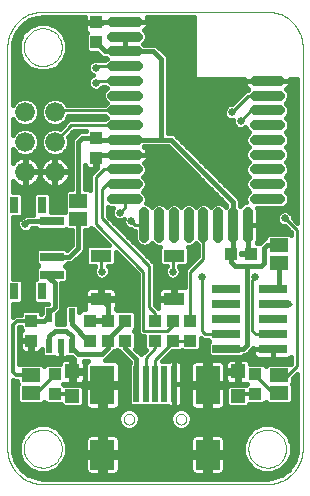
<source format=gtl>
G75*
G70*
%OFA0B0*%
%FSLAX24Y24*%
%IPPOS*%
%LPD*%
%AMOC8*
5,1,8,0,0,1.08239X$1,22.5*
%
%ADD10C,0.0000*%
%ADD11C,0.0335*%
%ADD12R,0.0630X0.0460*%
%ADD13R,0.0472X0.0472*%
%ADD14R,0.0787X0.0984*%
%ADD15R,0.0787X0.1299*%
%ADD16R,0.0197X0.1220*%
%ADD17R,0.0709X0.0433*%
%ADD18R,0.0945X0.0299*%
%ADD19R,0.0217X0.0472*%
%ADD20R,0.0394X0.0433*%
%ADD21R,0.0433X0.0394*%
%ADD22C,0.0660*%
%ADD23R,0.0315X0.0551*%
%ADD24R,0.0787X0.0315*%
%ADD25C,0.0250*%
%ADD26C,0.0160*%
%ADD27C,0.0100*%
%ADD28C,0.0120*%
D10*
X002428Y001468D02*
X002428Y014853D01*
X002979Y014853D02*
X002981Y014903D01*
X002987Y014953D01*
X002997Y015002D01*
X003011Y015050D01*
X003028Y015097D01*
X003049Y015142D01*
X003074Y015186D01*
X003102Y015227D01*
X003134Y015266D01*
X003168Y015303D01*
X003205Y015337D01*
X003245Y015367D01*
X003287Y015394D01*
X003331Y015418D01*
X003377Y015439D01*
X003424Y015455D01*
X003472Y015468D01*
X003522Y015477D01*
X003571Y015482D01*
X003622Y015483D01*
X003672Y015480D01*
X003721Y015473D01*
X003770Y015462D01*
X003818Y015447D01*
X003864Y015429D01*
X003909Y015407D01*
X003952Y015381D01*
X003993Y015352D01*
X004032Y015320D01*
X004068Y015285D01*
X004100Y015247D01*
X004130Y015207D01*
X004157Y015164D01*
X004180Y015120D01*
X004199Y015074D01*
X004215Y015026D01*
X004227Y014977D01*
X004235Y014928D01*
X004239Y014878D01*
X004239Y014828D01*
X004235Y014778D01*
X004227Y014729D01*
X004215Y014680D01*
X004199Y014632D01*
X004180Y014586D01*
X004157Y014542D01*
X004130Y014499D01*
X004100Y014459D01*
X004068Y014421D01*
X004032Y014386D01*
X003993Y014354D01*
X003952Y014325D01*
X003909Y014299D01*
X003864Y014277D01*
X003818Y014259D01*
X003770Y014244D01*
X003721Y014233D01*
X003672Y014226D01*
X003622Y014223D01*
X003571Y014224D01*
X003522Y014229D01*
X003472Y014238D01*
X003424Y014251D01*
X003377Y014267D01*
X003331Y014288D01*
X003287Y014312D01*
X003245Y014339D01*
X003205Y014369D01*
X003168Y014403D01*
X003134Y014440D01*
X003102Y014479D01*
X003074Y014520D01*
X003049Y014564D01*
X003028Y014609D01*
X003011Y014656D01*
X002997Y014704D01*
X002987Y014753D01*
X002981Y014803D01*
X002979Y014853D01*
X002428Y014853D02*
X002430Y014919D01*
X002435Y014985D01*
X002445Y015051D01*
X002458Y015116D01*
X002474Y015180D01*
X002494Y015243D01*
X002518Y015305D01*
X002545Y015365D01*
X002575Y015424D01*
X002609Y015481D01*
X002646Y015536D01*
X002686Y015589D01*
X002728Y015640D01*
X002774Y015688D01*
X002822Y015734D01*
X002873Y015776D01*
X002926Y015816D01*
X002981Y015853D01*
X003038Y015887D01*
X003097Y015917D01*
X003157Y015944D01*
X003219Y015968D01*
X003282Y015988D01*
X003346Y016004D01*
X003411Y016017D01*
X003477Y016027D01*
X003543Y016032D01*
X003609Y016034D01*
X011089Y016034D01*
X011155Y016032D01*
X011221Y016027D01*
X011287Y016017D01*
X011352Y016004D01*
X011416Y015988D01*
X011479Y015968D01*
X011541Y015944D01*
X011601Y015917D01*
X011660Y015887D01*
X011717Y015853D01*
X011772Y015816D01*
X011825Y015776D01*
X011876Y015734D01*
X011924Y015688D01*
X011970Y015640D01*
X012012Y015589D01*
X012052Y015536D01*
X012089Y015481D01*
X012123Y015424D01*
X012153Y015365D01*
X012180Y015305D01*
X012204Y015243D01*
X012224Y015180D01*
X012240Y015116D01*
X012253Y015051D01*
X012263Y014985D01*
X012268Y014919D01*
X012270Y014853D01*
X012271Y014853D02*
X012271Y001468D01*
X010459Y001468D02*
X010461Y001518D01*
X010467Y001568D01*
X010477Y001617D01*
X010491Y001665D01*
X010508Y001712D01*
X010529Y001757D01*
X010554Y001801D01*
X010582Y001842D01*
X010614Y001881D01*
X010648Y001918D01*
X010685Y001952D01*
X010725Y001982D01*
X010767Y002009D01*
X010811Y002033D01*
X010857Y002054D01*
X010904Y002070D01*
X010952Y002083D01*
X011002Y002092D01*
X011051Y002097D01*
X011102Y002098D01*
X011152Y002095D01*
X011201Y002088D01*
X011250Y002077D01*
X011298Y002062D01*
X011344Y002044D01*
X011389Y002022D01*
X011432Y001996D01*
X011473Y001967D01*
X011512Y001935D01*
X011548Y001900D01*
X011580Y001862D01*
X011610Y001822D01*
X011637Y001779D01*
X011660Y001735D01*
X011679Y001689D01*
X011695Y001641D01*
X011707Y001592D01*
X011715Y001543D01*
X011719Y001493D01*
X011719Y001443D01*
X011715Y001393D01*
X011707Y001344D01*
X011695Y001295D01*
X011679Y001247D01*
X011660Y001201D01*
X011637Y001157D01*
X011610Y001114D01*
X011580Y001074D01*
X011548Y001036D01*
X011512Y001001D01*
X011473Y000969D01*
X011432Y000940D01*
X011389Y000914D01*
X011344Y000892D01*
X011298Y000874D01*
X011250Y000859D01*
X011201Y000848D01*
X011152Y000841D01*
X011102Y000838D01*
X011051Y000839D01*
X011002Y000844D01*
X010952Y000853D01*
X010904Y000866D01*
X010857Y000882D01*
X010811Y000903D01*
X010767Y000927D01*
X010725Y000954D01*
X010685Y000984D01*
X010648Y001018D01*
X010614Y001055D01*
X010582Y001094D01*
X010554Y001135D01*
X010529Y001179D01*
X010508Y001224D01*
X010491Y001271D01*
X010477Y001319D01*
X010467Y001368D01*
X010461Y001418D01*
X010459Y001468D01*
X011089Y000287D02*
X011155Y000289D01*
X011221Y000294D01*
X011287Y000304D01*
X011352Y000317D01*
X011416Y000333D01*
X011479Y000353D01*
X011541Y000377D01*
X011601Y000404D01*
X011660Y000434D01*
X011717Y000468D01*
X011772Y000505D01*
X011825Y000545D01*
X011876Y000587D01*
X011924Y000633D01*
X011970Y000681D01*
X012012Y000732D01*
X012052Y000785D01*
X012089Y000840D01*
X012123Y000897D01*
X012153Y000956D01*
X012180Y001016D01*
X012204Y001078D01*
X012224Y001141D01*
X012240Y001205D01*
X012253Y001270D01*
X012263Y001336D01*
X012268Y001402D01*
X012270Y001468D01*
X011089Y000286D02*
X003609Y000286D01*
X002979Y001468D02*
X002981Y001518D01*
X002987Y001568D01*
X002997Y001617D01*
X003011Y001665D01*
X003028Y001712D01*
X003049Y001757D01*
X003074Y001801D01*
X003102Y001842D01*
X003134Y001881D01*
X003168Y001918D01*
X003205Y001952D01*
X003245Y001982D01*
X003287Y002009D01*
X003331Y002033D01*
X003377Y002054D01*
X003424Y002070D01*
X003472Y002083D01*
X003522Y002092D01*
X003571Y002097D01*
X003622Y002098D01*
X003672Y002095D01*
X003721Y002088D01*
X003770Y002077D01*
X003818Y002062D01*
X003864Y002044D01*
X003909Y002022D01*
X003952Y001996D01*
X003993Y001967D01*
X004032Y001935D01*
X004068Y001900D01*
X004100Y001862D01*
X004130Y001822D01*
X004157Y001779D01*
X004180Y001735D01*
X004199Y001689D01*
X004215Y001641D01*
X004227Y001592D01*
X004235Y001543D01*
X004239Y001493D01*
X004239Y001443D01*
X004235Y001393D01*
X004227Y001344D01*
X004215Y001295D01*
X004199Y001247D01*
X004180Y001201D01*
X004157Y001157D01*
X004130Y001114D01*
X004100Y001074D01*
X004068Y001036D01*
X004032Y001001D01*
X003993Y000969D01*
X003952Y000940D01*
X003909Y000914D01*
X003864Y000892D01*
X003818Y000874D01*
X003770Y000859D01*
X003721Y000848D01*
X003672Y000841D01*
X003622Y000838D01*
X003571Y000839D01*
X003522Y000844D01*
X003472Y000853D01*
X003424Y000866D01*
X003377Y000882D01*
X003331Y000903D01*
X003287Y000927D01*
X003245Y000954D01*
X003205Y000984D01*
X003168Y001018D01*
X003134Y001055D01*
X003102Y001094D01*
X003074Y001135D01*
X003049Y001179D01*
X003028Y001224D01*
X003011Y001271D01*
X002997Y001319D01*
X002987Y001368D01*
X002981Y001418D01*
X002979Y001468D01*
X002428Y001468D02*
X002430Y001402D01*
X002435Y001336D01*
X002445Y001270D01*
X002458Y001205D01*
X002474Y001141D01*
X002494Y001078D01*
X002518Y001016D01*
X002545Y000956D01*
X002575Y000897D01*
X002609Y000840D01*
X002646Y000785D01*
X002686Y000732D01*
X002728Y000681D01*
X002774Y000633D01*
X002822Y000587D01*
X002873Y000545D01*
X002926Y000505D01*
X002981Y000468D01*
X003038Y000434D01*
X003097Y000404D01*
X003157Y000377D01*
X003219Y000353D01*
X003282Y000333D01*
X003346Y000317D01*
X003411Y000304D01*
X003477Y000294D01*
X003543Y000289D01*
X003609Y000287D01*
X006306Y002452D02*
X006308Y002478D01*
X006314Y002504D01*
X006324Y002529D01*
X006337Y002552D01*
X006353Y002572D01*
X006373Y002590D01*
X006395Y002605D01*
X006418Y002617D01*
X006444Y002625D01*
X006470Y002629D01*
X006496Y002629D01*
X006522Y002625D01*
X006548Y002617D01*
X006572Y002605D01*
X006593Y002590D01*
X006613Y002572D01*
X006629Y002552D01*
X006642Y002529D01*
X006652Y002504D01*
X006658Y002478D01*
X006660Y002452D01*
X006658Y002426D01*
X006652Y002400D01*
X006642Y002375D01*
X006629Y002352D01*
X006613Y002332D01*
X006593Y002314D01*
X006571Y002299D01*
X006548Y002287D01*
X006522Y002279D01*
X006496Y002275D01*
X006470Y002275D01*
X006444Y002279D01*
X006418Y002287D01*
X006394Y002299D01*
X006373Y002314D01*
X006353Y002332D01*
X006337Y002352D01*
X006324Y002375D01*
X006314Y002400D01*
X006308Y002426D01*
X006306Y002452D01*
X008038Y002452D02*
X008040Y002478D01*
X008046Y002504D01*
X008056Y002529D01*
X008069Y002552D01*
X008085Y002572D01*
X008105Y002590D01*
X008127Y002605D01*
X008150Y002617D01*
X008176Y002625D01*
X008202Y002629D01*
X008228Y002629D01*
X008254Y002625D01*
X008280Y002617D01*
X008304Y002605D01*
X008325Y002590D01*
X008345Y002572D01*
X008361Y002552D01*
X008374Y002529D01*
X008384Y002504D01*
X008390Y002478D01*
X008392Y002452D01*
X008390Y002426D01*
X008384Y002400D01*
X008374Y002375D01*
X008361Y002352D01*
X008345Y002332D01*
X008325Y002314D01*
X008303Y002299D01*
X008280Y002287D01*
X008254Y002279D01*
X008228Y002275D01*
X008202Y002275D01*
X008176Y002279D01*
X008150Y002287D01*
X008126Y002299D01*
X008105Y002314D01*
X008085Y002332D01*
X008069Y002352D01*
X008056Y002375D01*
X008046Y002400D01*
X008040Y002426D01*
X008038Y002452D01*
D11*
X007979Y009351D02*
X007979Y009351D01*
X007979Y008505D01*
X007979Y008505D01*
X007979Y009351D01*
X007979Y008839D02*
X007979Y008839D01*
X007979Y009173D02*
X007979Y009173D01*
X007487Y009351D02*
X007487Y009351D01*
X007487Y008505D01*
X007487Y008505D01*
X007487Y009351D01*
X007487Y008839D02*
X007487Y008839D01*
X007487Y009173D02*
X007487Y009173D01*
X006995Y009351D02*
X006995Y009351D01*
X006995Y008505D01*
X006995Y008505D01*
X006995Y009351D01*
X006995Y008839D02*
X006995Y008839D01*
X006995Y009173D02*
X006995Y009173D01*
X006768Y009794D02*
X006768Y009794D01*
X005922Y009794D01*
X005922Y009794D01*
X006768Y009794D01*
X006768Y010286D02*
X006768Y010286D01*
X005922Y010286D01*
X005922Y010286D01*
X006768Y010286D01*
X006768Y010779D02*
X006768Y010779D01*
X005922Y010779D01*
X005922Y010779D01*
X006768Y010779D01*
X006768Y011271D02*
X006768Y011271D01*
X005922Y011271D01*
X005922Y011271D01*
X006768Y011271D01*
X006768Y011763D02*
X006768Y011763D01*
X005922Y011763D01*
X005922Y011763D01*
X006768Y011763D01*
X006768Y012255D02*
X006768Y012255D01*
X005922Y012255D01*
X005922Y012255D01*
X006768Y012255D01*
X006768Y012747D02*
X006768Y012747D01*
X005922Y012747D01*
X005922Y012747D01*
X006768Y012747D01*
X006768Y013239D02*
X006768Y013239D01*
X005922Y013239D01*
X005922Y013239D01*
X006768Y013239D01*
X006768Y013731D02*
X006768Y013731D01*
X005922Y013731D01*
X005922Y013731D01*
X006768Y013731D01*
X006768Y014223D02*
X006768Y014223D01*
X005922Y014223D01*
X005922Y014223D01*
X006768Y014223D01*
X006768Y014716D02*
X006768Y014716D01*
X005922Y014716D01*
X005922Y014716D01*
X006768Y014716D01*
X006768Y015208D02*
X006768Y015208D01*
X005922Y015208D01*
X005922Y015208D01*
X006768Y015208D01*
X006768Y015700D02*
X006768Y015700D01*
X005922Y015700D01*
X005922Y015700D01*
X006768Y015700D01*
X011512Y013731D02*
X011512Y013731D01*
X010666Y013731D01*
X010666Y013731D01*
X011512Y013731D01*
X011512Y013239D02*
X011512Y013239D01*
X010666Y013239D01*
X010666Y013239D01*
X011512Y013239D01*
X011512Y012747D02*
X011512Y012747D01*
X010666Y012747D01*
X010666Y012747D01*
X011512Y012747D01*
X011512Y012255D02*
X011512Y012255D01*
X010666Y012255D01*
X010666Y012255D01*
X011512Y012255D01*
X011512Y011763D02*
X011512Y011763D01*
X010666Y011763D01*
X010666Y011763D01*
X011512Y011763D01*
X011512Y011271D02*
X011512Y011271D01*
X010666Y011271D01*
X010666Y011271D01*
X011512Y011271D01*
X011512Y010779D02*
X011512Y010779D01*
X010666Y010779D01*
X010666Y010779D01*
X011512Y010779D01*
X011512Y010286D02*
X011512Y010286D01*
X010666Y010286D01*
X010666Y010286D01*
X011512Y010286D01*
X011512Y009794D02*
X011512Y009794D01*
X010666Y009794D01*
X010666Y009794D01*
X011512Y009794D01*
X010440Y009351D02*
X010440Y009351D01*
X010440Y008505D01*
X010440Y008505D01*
X010440Y009351D01*
X010440Y008839D02*
X010440Y008839D01*
X010440Y009173D02*
X010440Y009173D01*
X009948Y009351D02*
X009948Y009351D01*
X009948Y008505D01*
X009948Y008505D01*
X009948Y009351D01*
X009948Y008839D02*
X009948Y008839D01*
X009948Y009173D02*
X009948Y009173D01*
X009456Y009351D02*
X009456Y009351D01*
X009456Y008505D01*
X009456Y008505D01*
X009456Y009351D01*
X009456Y008839D02*
X009456Y008839D01*
X009456Y009173D02*
X009456Y009173D01*
X008964Y009351D02*
X008964Y009351D01*
X008964Y008505D01*
X008964Y008505D01*
X008964Y009351D01*
X008964Y008839D02*
X008964Y008839D01*
X008964Y009173D02*
X008964Y009173D01*
X008471Y009351D02*
X008471Y009351D01*
X008471Y008505D01*
X008471Y008505D01*
X008471Y009351D01*
X008471Y008839D02*
X008471Y008839D01*
X008471Y009173D02*
X008471Y009173D01*
D12*
X011483Y008264D03*
X011483Y007664D03*
X011483Y003933D03*
X011483Y003333D03*
X004790Y009140D03*
X004790Y009740D03*
X003215Y003933D03*
X003215Y003333D03*
D13*
X004593Y003220D03*
X004593Y004046D03*
X010105Y004046D03*
X010105Y003220D03*
D14*
X009101Y001271D03*
X005597Y001271D03*
D15*
X005597Y003594D03*
X009101Y003594D03*
D16*
X007979Y003633D03*
X007664Y003633D03*
X007349Y003633D03*
X007034Y003633D03*
X006719Y003633D03*
D17*
X005538Y006448D03*
X005538Y007905D03*
X007979Y007905D03*
X007979Y006448D03*
D18*
X009731Y006298D03*
X009731Y005798D03*
X009731Y005298D03*
X009731Y004798D03*
X009731Y006798D03*
X011267Y006798D03*
X011267Y006298D03*
X011267Y005798D03*
X011267Y005298D03*
X011267Y004798D03*
D19*
X004574Y004893D03*
X004200Y004893D03*
X003826Y004893D03*
X003826Y005916D03*
X004574Y005916D03*
D20*
X005184Y005739D03*
X005184Y005070D03*
X005775Y005070D03*
X005775Y005739D03*
X003215Y005739D03*
X003215Y005070D03*
X005381Y011172D03*
X005381Y011842D03*
X005381Y015011D03*
X005381Y015680D03*
D21*
X009869Y007964D03*
X010538Y007964D03*
X008530Y005739D03*
X008530Y005070D03*
X007940Y005070D03*
X007940Y005739D03*
X007349Y005739D03*
X007349Y005070D03*
X006365Y005070D03*
X006365Y005739D03*
X004003Y003968D03*
X004003Y003298D03*
X010696Y003298D03*
X010696Y003968D03*
D22*
X004003Y010704D03*
X004003Y011704D03*
X004003Y012704D03*
X003019Y012704D03*
X003019Y011704D03*
X003019Y010704D03*
D23*
X002664Y009597D03*
X003570Y009597D03*
X003570Y006723D03*
X002664Y006723D03*
D24*
X003904Y007275D03*
X003904Y007865D03*
X003904Y009046D03*
D25*
X004200Y008554D03*
X003019Y008948D03*
X003019Y007176D03*
X004889Y006389D03*
X005578Y007373D03*
X006168Y006389D03*
X007349Y007964D03*
X007940Y007373D03*
X007546Y007078D03*
X008924Y007176D03*
X010696Y007176D03*
X011778Y006290D03*
X010893Y008948D03*
X011680Y009145D03*
X011975Y009735D03*
X011975Y010129D03*
X011975Y010523D03*
X011975Y010916D03*
X011975Y011310D03*
X011975Y011704D03*
X011975Y012097D03*
X011975Y012491D03*
X011975Y012885D03*
X011975Y013279D03*
X011975Y013672D03*
X010204Y012393D03*
X009908Y012688D03*
X009712Y013279D03*
X010105Y013279D03*
X010105Y013672D03*
X009712Y013672D03*
X009318Y013672D03*
X009318Y013279D03*
X008924Y013279D03*
X008924Y013672D03*
X008530Y013672D03*
X008530Y014066D03*
X008530Y014460D03*
X008137Y014460D03*
X008137Y014066D03*
X008137Y013672D03*
X008137Y013279D03*
X008530Y013279D03*
X008530Y014853D03*
X008530Y015247D03*
X008530Y015641D03*
X008137Y015641D03*
X008137Y015247D03*
X008137Y014853D03*
X007743Y015641D03*
X007349Y015641D03*
X005381Y014164D03*
X005381Y013672D03*
X004790Y015247D03*
X004790Y015641D03*
X004397Y015641D03*
X003215Y013672D03*
X002822Y013672D03*
X002822Y014066D03*
X005184Y010720D03*
X006168Y009342D03*
X006562Y009046D03*
X007152Y009735D03*
X007152Y011310D03*
X009121Y009735D03*
X008334Y003633D03*
X009121Y002649D03*
X009121Y002058D03*
X009908Y001074D03*
X009908Y000680D03*
X010302Y000680D03*
X011483Y002649D03*
X011877Y002649D03*
X011877Y002255D03*
X005578Y002058D03*
X005578Y002649D03*
X004790Y001074D03*
X004790Y000680D03*
X004397Y000680D03*
X003215Y002649D03*
X002822Y002649D03*
X002822Y002255D03*
X004200Y004420D03*
X003215Y004617D03*
D26*
X003197Y004673D02*
X003197Y005051D01*
X003234Y005051D01*
X003234Y004673D01*
X003436Y004673D01*
X003482Y004686D01*
X003523Y004709D01*
X003556Y004743D01*
X003577Y004779D01*
X003577Y004599D01*
X003659Y004516D01*
X003977Y004516D01*
X003981Y004512D01*
X004022Y004489D01*
X004068Y004476D01*
X004200Y004476D01*
X004332Y004476D01*
X004377Y004489D01*
X004419Y004512D01*
X004423Y004516D01*
X004580Y004516D01*
X004634Y004463D01*
X004632Y004463D01*
X004632Y004084D01*
X005010Y004084D01*
X005010Y004306D01*
X004997Y004352D01*
X004974Y004393D01*
X004970Y004397D01*
X005110Y004397D01*
X005093Y004387D01*
X005060Y004354D01*
X005036Y004313D01*
X005024Y004267D01*
X005024Y003674D01*
X005517Y003674D01*
X005517Y003514D01*
X005024Y003514D01*
X005024Y002920D01*
X005036Y002874D01*
X005060Y002833D01*
X005093Y002800D01*
X005134Y002776D01*
X005180Y002764D01*
X005517Y002764D01*
X005517Y003514D01*
X005677Y003514D01*
X005677Y003674D01*
X006171Y003674D01*
X006171Y004267D01*
X006159Y004313D01*
X006135Y004354D01*
X006102Y004387D01*
X006061Y004411D01*
X006015Y004423D01*
X005695Y004423D01*
X005798Y004526D01*
X005985Y004713D01*
X006029Y004713D01*
X006070Y004754D01*
X006091Y004733D01*
X006145Y004733D01*
X006145Y004723D01*
X006499Y004369D01*
X006499Y004320D01*
X006481Y004301D01*
X006481Y002965D01*
X006563Y002883D01*
X006876Y002883D01*
X006877Y002884D01*
X006878Y002883D01*
X007191Y002883D01*
X007192Y002884D01*
X007193Y002883D01*
X007506Y002883D01*
X007507Y002884D01*
X007508Y002883D01*
X007766Y002883D01*
X007770Y002879D01*
X007811Y002855D01*
X007857Y002843D01*
X007979Y002843D01*
X007979Y003633D01*
X007979Y004423D01*
X007857Y004423D01*
X007811Y004411D01*
X007770Y004387D01*
X007766Y004383D01*
X007581Y004383D01*
X007931Y004733D01*
X008214Y004733D01*
X008235Y004754D01*
X008256Y004733D01*
X008805Y004733D01*
X008887Y004815D01*
X008887Y005173D01*
X008952Y005108D01*
X009119Y005108D01*
X009119Y005091D01*
X009161Y005048D01*
X009119Y005006D01*
X009119Y004591D01*
X009201Y004509D01*
X010262Y004509D01*
X010331Y004578D01*
X010377Y004578D01*
X010506Y004707D01*
X010614Y004815D01*
X010614Y004798D01*
X010614Y004625D01*
X010626Y004579D01*
X010650Y004538D01*
X010684Y004505D01*
X010725Y004481D01*
X010771Y004469D01*
X011267Y004469D01*
X011763Y004469D01*
X011809Y004481D01*
X011850Y004505D01*
X011883Y004538D01*
X011884Y004539D01*
X011884Y004302D01*
X011870Y004289D01*
X011856Y004303D01*
X011110Y004303D01*
X011041Y004234D01*
X010970Y004304D01*
X010521Y004304D01*
X010521Y004306D01*
X010509Y004352D01*
X010486Y004393D01*
X010452Y004427D01*
X010411Y004450D01*
X010365Y004463D01*
X010143Y004463D01*
X010143Y004084D01*
X010067Y004084D01*
X010067Y004008D01*
X010143Y004008D01*
X010143Y003630D01*
X010365Y003630D01*
X010410Y003642D01*
X010419Y003633D01*
X010382Y003596D01*
X009811Y003596D01*
X009729Y003514D01*
X009729Y002925D01*
X009811Y002843D01*
X010399Y002843D01*
X010481Y002925D01*
X010481Y002961D01*
X010970Y002961D01*
X011041Y003032D01*
X011110Y002963D01*
X011856Y002963D01*
X011938Y003045D01*
X011938Y003621D01*
X011926Y003633D01*
X011938Y003645D01*
X011938Y003819D01*
X012091Y003972D01*
X012091Y001468D01*
X012078Y001311D01*
X011981Y001013D01*
X011797Y000760D01*
X011544Y000576D01*
X011246Y000479D01*
X011089Y000466D01*
X003609Y000466D01*
X003453Y000479D01*
X003155Y000576D01*
X002901Y000760D01*
X002717Y001013D01*
X002620Y001311D01*
X002608Y001468D01*
X002608Y003761D01*
X002636Y003733D01*
X002760Y003733D01*
X002760Y003645D01*
X002772Y003633D01*
X002760Y003621D01*
X002760Y003045D01*
X002842Y002963D01*
X003588Y002963D01*
X003658Y003032D01*
X003728Y002961D01*
X004217Y002961D01*
X004217Y002925D01*
X004299Y002843D01*
X004888Y002843D01*
X004970Y002925D01*
X004970Y003514D01*
X004888Y003596D01*
X004317Y003596D01*
X004280Y003633D01*
X004289Y003642D01*
X004334Y003630D01*
X004555Y003630D01*
X004555Y004008D01*
X004632Y004008D01*
X004632Y004084D01*
X004555Y004084D01*
X004555Y004463D01*
X004334Y004463D01*
X004288Y004450D01*
X004247Y004427D01*
X004213Y004393D01*
X004189Y004352D01*
X004177Y004306D01*
X004177Y004304D01*
X003728Y004304D01*
X003658Y004234D01*
X003588Y004303D01*
X002842Y004303D01*
X002825Y004285D01*
X002825Y005519D01*
X002846Y005539D01*
X002879Y005539D01*
X002879Y005465D01*
X002911Y005432D01*
X002908Y005430D01*
X002875Y005397D01*
X002851Y005356D01*
X002839Y005310D01*
X002839Y005088D01*
X003197Y005088D01*
X003197Y005051D01*
X002839Y005051D01*
X002839Y004830D01*
X002851Y004784D01*
X002875Y004743D01*
X002908Y004709D01*
X002949Y004686D01*
X002995Y004673D01*
X003197Y004673D01*
X003197Y004724D02*
X003234Y004724D01*
X003234Y004883D02*
X003197Y004883D01*
X003197Y005041D02*
X003234Y005041D01*
X002893Y004724D02*
X002825Y004724D01*
X002825Y004566D02*
X003610Y004566D01*
X003577Y004724D02*
X003538Y004724D01*
X003826Y004893D02*
X003826Y005227D01*
X004003Y005405D01*
X004397Y005405D01*
X004574Y005227D01*
X004574Y004893D01*
X004574Y004834D01*
X004790Y004617D01*
X005578Y004617D01*
X005775Y004814D01*
X005775Y005070D01*
X005775Y005109D01*
X006365Y005700D01*
X006365Y005739D01*
X006106Y006076D02*
X006082Y006100D01*
X006041Y006123D01*
X006039Y006124D01*
X006060Y006162D01*
X006073Y006208D01*
X006073Y006420D01*
X005567Y006420D01*
X005567Y006476D01*
X006073Y006476D01*
X006073Y006688D01*
X006060Y006734D01*
X006037Y006775D01*
X006003Y006808D01*
X005962Y006832D01*
X005916Y006844D01*
X005567Y006844D01*
X005567Y006476D01*
X005510Y006476D01*
X005510Y006420D01*
X005004Y006420D01*
X005004Y006208D01*
X005016Y006162D01*
X005031Y006136D01*
X004963Y006136D01*
X004918Y006123D01*
X004877Y006100D01*
X004843Y006066D01*
X004822Y006030D01*
X004822Y006211D01*
X004740Y006293D01*
X004407Y006293D01*
X004325Y006211D01*
X004325Y005625D01*
X004074Y005625D01*
X004074Y005952D01*
X004094Y005972D01*
X004223Y006101D01*
X004223Y006977D01*
X004356Y006977D01*
X004438Y007059D01*
X004438Y007490D01*
X004358Y007570D01*
X004434Y007645D01*
X004586Y007645D01*
X004881Y007940D01*
X005010Y008069D01*
X005010Y008770D01*
X005163Y008770D01*
X005227Y008833D01*
X005302Y008758D01*
X005799Y008261D01*
X005126Y008261D01*
X005044Y008179D01*
X005044Y007630D01*
X005126Y007548D01*
X005348Y007548D01*
X005348Y007512D01*
X005313Y007426D01*
X005313Y007320D01*
X005353Y007223D01*
X005428Y007148D01*
X005525Y007108D01*
X005630Y007108D01*
X005728Y007148D01*
X005802Y007223D01*
X005843Y007320D01*
X005843Y007426D01*
X005802Y007523D01*
X005777Y007548D01*
X005951Y007548D01*
X006033Y007630D01*
X006033Y008027D01*
X006766Y007294D01*
X006766Y005326D01*
X006877Y005215D01*
X006993Y005215D01*
X006993Y004815D01*
X007037Y004771D01*
X006878Y004612D01*
X006698Y004792D01*
X006722Y004815D01*
X006722Y005325D01*
X006642Y005405D01*
X006722Y005484D01*
X006722Y005994D01*
X006640Y006076D01*
X006106Y006076D01*
X006054Y006151D02*
X006766Y006151D01*
X006766Y006309D02*
X006073Y006309D01*
X005775Y006212D02*
X005538Y006448D01*
X005510Y006468D02*
X004223Y006468D01*
X004223Y006626D02*
X005004Y006626D01*
X005004Y006688D02*
X005004Y006476D01*
X005510Y006476D01*
X005510Y006844D01*
X005160Y006844D01*
X005115Y006832D01*
X005073Y006808D01*
X005040Y006775D01*
X005016Y006734D01*
X005004Y006688D01*
X005050Y006785D02*
X004223Y006785D01*
X004223Y006943D02*
X006766Y006943D01*
X006766Y006785D02*
X006027Y006785D01*
X006073Y006626D02*
X006766Y006626D01*
X006766Y006468D02*
X005567Y006468D01*
X005567Y006626D02*
X005510Y006626D01*
X005510Y006785D02*
X005567Y006785D01*
X005337Y007260D02*
X004438Y007260D01*
X004438Y007102D02*
X006766Y007102D01*
X006766Y007260D02*
X005818Y007260D01*
X005843Y007419D02*
X006641Y007419D01*
X006483Y007577D02*
X005980Y007577D01*
X006033Y007736D02*
X006324Y007736D01*
X006166Y007894D02*
X006033Y007894D01*
X005690Y008370D02*
X005010Y008370D01*
X005010Y008528D02*
X005532Y008528D01*
X005373Y008687D02*
X005010Y008687D01*
X005010Y008211D02*
X005076Y008211D01*
X005044Y008053D02*
X004994Y008053D01*
X005044Y007894D02*
X004835Y007894D01*
X004677Y007736D02*
X005044Y007736D01*
X005097Y007577D02*
X004366Y007577D01*
X004438Y007419D02*
X005313Y007419D01*
X004790Y008160D02*
X004790Y009140D01*
X004570Y008770D02*
X004570Y008252D01*
X004419Y008100D01*
X004356Y008163D01*
X003453Y008163D01*
X003371Y008081D01*
X003371Y007650D01*
X003451Y007570D01*
X003371Y007490D01*
X003371Y007139D01*
X003354Y007139D01*
X003272Y007057D01*
X003272Y006390D01*
X003354Y006308D01*
X003783Y006308D01*
X003783Y006293D01*
X003659Y006293D01*
X003577Y006211D01*
X003577Y005979D01*
X003557Y005959D01*
X003552Y005959D01*
X003552Y006014D01*
X003470Y006096D01*
X002961Y006096D01*
X002879Y006014D01*
X002879Y005939D01*
X002680Y005939D01*
X002608Y005867D01*
X002608Y006308D01*
X002880Y006308D01*
X002962Y006390D01*
X002962Y007057D01*
X002880Y007139D01*
X002608Y007139D01*
X002608Y009182D01*
X002880Y009182D01*
X002962Y009264D01*
X002962Y009931D01*
X002880Y010013D01*
X002608Y010013D01*
X002608Y010401D01*
X002630Y010372D01*
X002686Y010315D01*
X002751Y010268D01*
X002823Y010231D01*
X002899Y010206D01*
X002978Y010194D01*
X003000Y010194D01*
X003000Y010685D01*
X003037Y010685D01*
X003037Y010194D01*
X003059Y010194D01*
X003138Y010206D01*
X003214Y010231D01*
X003286Y010268D01*
X003351Y010315D01*
X003408Y010372D01*
X003455Y010436D01*
X003491Y010508D01*
X003511Y010568D01*
X003530Y010508D01*
X003567Y010436D01*
X003614Y010372D01*
X003671Y010315D01*
X003736Y010268D01*
X003807Y010231D01*
X003883Y010206D01*
X003963Y010194D01*
X003984Y010194D01*
X003984Y010685D01*
X003037Y010685D01*
X003037Y010722D01*
X003529Y010722D01*
X003984Y010722D01*
X003984Y010685D01*
X004021Y010685D01*
X004021Y010194D01*
X004043Y010194D01*
X004122Y010206D01*
X004199Y010231D01*
X004270Y010268D01*
X004335Y010315D01*
X004392Y010372D01*
X004439Y010436D01*
X004476Y010508D01*
X004500Y010584D01*
X004513Y010664D01*
X004513Y010685D01*
X004021Y010685D01*
X004021Y010722D01*
X003984Y010722D01*
X003984Y011214D01*
X003963Y011214D01*
X003883Y011201D01*
X003807Y011176D01*
X003736Y011140D01*
X003671Y011093D01*
X003614Y011036D01*
X003567Y010971D01*
X003530Y010900D01*
X003511Y010840D01*
X003491Y010900D01*
X003455Y010971D01*
X003408Y011036D01*
X003351Y011093D01*
X003286Y011140D01*
X003214Y011176D01*
X003138Y011201D01*
X003059Y011214D01*
X003037Y011214D01*
X003037Y010722D01*
X003000Y010722D01*
X003000Y011214D01*
X002978Y011214D01*
X002899Y011201D01*
X002823Y011176D01*
X002751Y011140D01*
X002686Y011093D01*
X002630Y011036D01*
X002608Y011006D01*
X002608Y011467D01*
X002620Y011438D01*
X002752Y011305D01*
X002925Y011234D01*
X003112Y011234D01*
X003285Y011305D01*
X003417Y011438D01*
X003489Y011610D01*
X003489Y011797D01*
X003417Y011970D01*
X003285Y012102D01*
X003112Y012174D01*
X002925Y012174D01*
X002752Y012102D01*
X002620Y011970D01*
X002608Y011941D01*
X002608Y012467D01*
X002620Y012438D01*
X002752Y012305D01*
X002925Y012234D01*
X003112Y012234D01*
X003285Y012305D01*
X003417Y012438D01*
X003489Y012610D01*
X003489Y012797D01*
X003417Y012970D01*
X003285Y013102D01*
X003112Y013174D01*
X002925Y013174D01*
X002752Y013102D01*
X002620Y012970D01*
X002608Y012941D01*
X002608Y014853D01*
X002620Y015010D01*
X002717Y015308D01*
X002901Y015561D01*
X003155Y015745D01*
X003453Y015842D01*
X003609Y015854D01*
X005004Y015854D01*
X005004Y015699D01*
X005362Y015699D01*
X005362Y015662D01*
X005004Y015662D01*
X005004Y015440D01*
X005016Y015394D01*
X005040Y015353D01*
X005073Y015320D01*
X005076Y015318D01*
X005044Y015285D01*
X005044Y014736D01*
X005126Y014654D01*
X005426Y014654D01*
X005585Y014496D01*
X005708Y014496D01*
X005734Y014470D01*
X005678Y014413D01*
X005555Y014413D01*
X005516Y014429D01*
X005480Y014413D01*
X005472Y014413D01*
X005434Y014429D01*
X005328Y014429D01*
X005231Y014389D01*
X005156Y014315D01*
X005116Y014217D01*
X005116Y014112D01*
X005156Y014014D01*
X005231Y013940D01*
X005282Y013918D01*
X005231Y013897D01*
X005156Y013822D01*
X005116Y013725D01*
X005116Y013620D01*
X005156Y013522D01*
X005231Y013448D01*
X005328Y013407D01*
X005434Y013407D01*
X005531Y013448D01*
X005605Y013522D01*
X005613Y013541D01*
X005678Y013541D01*
X005734Y013485D01*
X005662Y013413D01*
X005615Y013300D01*
X005615Y013178D01*
X005662Y013065D01*
X005734Y012993D01*
X005678Y012937D01*
X004415Y012937D01*
X004401Y012970D01*
X004269Y013102D01*
X004096Y013174D01*
X003909Y013174D01*
X003737Y013102D01*
X003604Y012970D01*
X003533Y012797D01*
X003533Y012610D01*
X003604Y012438D01*
X003737Y012305D01*
X003909Y012234D01*
X004096Y012234D01*
X004269Y012305D01*
X004401Y012438D01*
X004451Y012557D01*
X005678Y012557D01*
X005734Y012501D01*
X005678Y012445D01*
X004475Y012445D01*
X004173Y012142D01*
X004096Y012174D01*
X003909Y012174D01*
X003737Y012102D01*
X003604Y011970D01*
X003533Y011797D01*
X003533Y011610D01*
X003604Y011438D01*
X003737Y011305D01*
X003909Y011234D01*
X004096Y011234D01*
X004269Y011305D01*
X004401Y011438D01*
X004473Y011610D01*
X004473Y011797D01*
X004441Y011874D01*
X004633Y012065D01*
X005044Y012065D01*
X005044Y012062D01*
X004837Y012062D01*
X004708Y011933D01*
X004699Y011924D01*
X004570Y011795D01*
X004570Y010110D01*
X004417Y010110D01*
X004335Y010028D01*
X004335Y009452D01*
X004347Y009440D01*
X004335Y009428D01*
X004335Y009344D01*
X003867Y009344D01*
X003867Y009931D01*
X003785Y010013D01*
X003354Y010013D01*
X003272Y009931D01*
X003272Y009266D01*
X003026Y009266D01*
X002973Y009213D01*
X002966Y009213D01*
X002869Y009173D01*
X002794Y009098D01*
X002754Y009001D01*
X002754Y008895D01*
X002794Y008798D01*
X002869Y008723D01*
X002966Y008683D01*
X003071Y008683D01*
X003169Y008723D01*
X003243Y008798D01*
X003255Y008826D01*
X003375Y008826D01*
X003453Y008749D01*
X004356Y008749D01*
X004397Y008790D01*
X004417Y008770D01*
X004570Y008770D01*
X004570Y008687D02*
X003081Y008687D01*
X002956Y008687D02*
X002608Y008687D01*
X002608Y008845D02*
X002774Y008845D01*
X002755Y009004D02*
X002608Y009004D01*
X002608Y009162D02*
X002858Y009162D01*
X002962Y009321D02*
X003272Y009321D01*
X003272Y009479D02*
X002962Y009479D01*
X002962Y009638D02*
X003272Y009638D01*
X003272Y009796D02*
X002962Y009796D01*
X002938Y009955D02*
X003296Y009955D01*
X003292Y010272D02*
X003730Y010272D01*
X003571Y010430D02*
X003450Y010430D01*
X003037Y010430D02*
X003000Y010430D01*
X003000Y010272D02*
X003037Y010272D01*
X003037Y010589D02*
X003000Y010589D01*
X003000Y010747D02*
X003037Y010747D01*
X003037Y010906D02*
X003000Y010906D01*
X003000Y011064D02*
X003037Y011064D01*
X003361Y011381D02*
X003661Y011381D01*
X003562Y011540D02*
X003460Y011540D01*
X003489Y011698D02*
X003533Y011698D01*
X003558Y011857D02*
X003464Y011857D01*
X003372Y012015D02*
X003650Y012015D01*
X003710Y012332D02*
X003312Y012332D01*
X003439Y012491D02*
X003582Y012491D01*
X003533Y012649D02*
X003489Y012649D01*
X003484Y012808D02*
X003537Y012808D01*
X003603Y012966D02*
X003419Y012966D01*
X003230Y013125D02*
X003792Y013125D01*
X004214Y013125D02*
X005637Y013125D01*
X005615Y013283D02*
X002608Y013283D01*
X002608Y013125D02*
X002807Y013125D01*
X002619Y012966D02*
X002608Y012966D01*
X002608Y013442D02*
X005244Y013442D01*
X005124Y013600D02*
X002608Y013600D01*
X002608Y013759D02*
X005130Y013759D01*
X005280Y013917D02*
X002608Y013917D01*
X002608Y014076D02*
X003370Y014076D01*
X003448Y014043D02*
X003150Y014167D01*
X002923Y014395D01*
X002799Y014692D01*
X002799Y015014D01*
X002923Y015312D01*
X003150Y015540D01*
X003448Y015663D01*
X003770Y015663D01*
X004068Y015540D01*
X004296Y015312D01*
X004419Y015014D01*
X004419Y014692D01*
X004296Y014395D01*
X004068Y014167D01*
X003770Y014043D01*
X003448Y014043D01*
X003849Y014076D02*
X005131Y014076D01*
X005123Y014234D02*
X004136Y014234D01*
X004294Y014393D02*
X005240Y014393D01*
X005070Y014710D02*
X004419Y014710D01*
X004419Y014868D02*
X005044Y014868D01*
X005044Y015027D02*
X004414Y015027D01*
X004348Y015185D02*
X005044Y015185D01*
X005049Y015344D02*
X004264Y015344D01*
X004105Y015502D02*
X005004Y015502D01*
X005004Y015661D02*
X003776Y015661D01*
X003442Y015661D02*
X003039Y015661D01*
X003113Y015502D02*
X002859Y015502D01*
X002954Y015344D02*
X002743Y015344D01*
X002677Y015185D02*
X002870Y015185D01*
X002804Y015027D02*
X002626Y015027D01*
X002609Y014868D02*
X002799Y014868D01*
X002799Y014710D02*
X002608Y014710D01*
X002608Y014551D02*
X002858Y014551D01*
X002924Y014393D02*
X002608Y014393D01*
X002608Y014234D02*
X003083Y014234D01*
X004361Y014551D02*
X005529Y014551D01*
X005676Y014716D02*
X005381Y015011D01*
X005676Y014716D02*
X006345Y014716D01*
X006345Y015208D01*
X006342Y015696D02*
X005575Y015696D01*
X005575Y015666D01*
X005576Y015662D01*
X005399Y015662D01*
X005399Y015699D01*
X005758Y015699D01*
X005758Y015704D01*
X006342Y015704D01*
X006342Y015696D01*
X006349Y015696D02*
X006349Y015704D01*
X007116Y015704D01*
X007116Y015734D01*
X007103Y015801D01*
X007081Y015854D01*
X008647Y015854D01*
X008647Y013836D01*
X008694Y013789D01*
X010324Y013789D01*
X010319Y013766D01*
X010319Y013735D01*
X011086Y013735D01*
X011086Y013728D01*
X010319Y013728D01*
X010319Y013697D01*
X010332Y013630D01*
X010358Y013567D01*
X010396Y013510D01*
X010445Y013462D01*
X010450Y013458D01*
X010422Y013429D01*
X010381Y013429D01*
X009905Y012953D01*
X009856Y012953D01*
X009758Y012913D01*
X009684Y012838D01*
X009643Y012741D01*
X009643Y012635D01*
X009684Y012538D01*
X009758Y012463D01*
X009856Y012423D01*
X009939Y012423D01*
X009939Y012340D01*
X009979Y012243D01*
X010054Y012168D01*
X010151Y012128D01*
X010256Y012128D01*
X010354Y012168D01*
X010365Y012179D01*
X010406Y012081D01*
X010478Y012009D01*
X010406Y011937D01*
X010359Y011824D01*
X010359Y011702D01*
X010406Y011589D01*
X010478Y011517D01*
X010406Y011445D01*
X010359Y011332D01*
X010359Y011210D01*
X010406Y011097D01*
X010478Y011025D01*
X010406Y010953D01*
X010359Y010840D01*
X010359Y010717D01*
X010406Y010604D01*
X010478Y010533D01*
X010406Y010461D01*
X010359Y010348D01*
X010359Y010225D01*
X010406Y010112D01*
X010478Y010040D01*
X010406Y009968D01*
X010359Y009855D01*
X010359Y009733D01*
X010376Y009693D01*
X010339Y009685D01*
X010275Y009659D01*
X010218Y009621D01*
X010170Y009573D01*
X010168Y009569D01*
X010168Y009787D01*
X010039Y009916D01*
X007972Y011983D01*
X007766Y011983D01*
X007766Y014551D01*
X007637Y014680D01*
X007381Y014936D01*
X006983Y014936D01*
X006957Y014962D01*
X007029Y015034D01*
X007076Y015147D01*
X007076Y015269D01*
X007029Y015382D01*
X006985Y015426D01*
X006990Y015430D01*
X007038Y015478D01*
X007076Y015535D01*
X007103Y015599D01*
X007116Y015666D01*
X007116Y015696D01*
X006349Y015696D01*
X007054Y015502D02*
X008647Y015502D01*
X008647Y015344D02*
X007045Y015344D01*
X007076Y015185D02*
X008647Y015185D01*
X008647Y015027D02*
X007023Y015027D01*
X007290Y014716D02*
X007546Y014460D01*
X007546Y011763D01*
X007881Y011763D01*
X009948Y009696D01*
X009948Y008928D01*
X009948Y007983D01*
X009869Y007964D01*
X009869Y007708D01*
X010007Y007570D01*
X010401Y007570D01*
X010893Y007570D01*
X010991Y007668D01*
X010991Y008160D01*
X011094Y008264D01*
X011483Y008264D01*
X011028Y008484D02*
X011003Y008484D01*
X010900Y008380D01*
X010839Y008320D01*
X010824Y008328D01*
X010779Y008340D01*
X010748Y008340D01*
X010774Y008404D01*
X010787Y008471D01*
X010787Y008925D01*
X010444Y008925D01*
X010444Y008932D01*
X010787Y008932D01*
X010787Y009386D01*
X010774Y009453D01*
X010760Y009487D01*
X011574Y009487D01*
X011687Y009534D01*
X011773Y009620D01*
X011820Y009733D01*
X011820Y009855D01*
X011773Y009968D01*
X011701Y010040D01*
X011773Y010112D01*
X011820Y010225D01*
X011820Y010348D01*
X011773Y010461D01*
X011701Y010533D01*
X011773Y010604D01*
X011820Y010717D01*
X011820Y010840D01*
X011773Y010953D01*
X011701Y011025D01*
X011773Y011097D01*
X011820Y011210D01*
X011820Y011332D01*
X011773Y011445D01*
X011701Y011517D01*
X011773Y011589D01*
X011820Y011702D01*
X011820Y011824D01*
X011773Y011937D01*
X011701Y012009D01*
X011773Y012081D01*
X011820Y012194D01*
X011820Y012316D01*
X011773Y012429D01*
X011701Y012501D01*
X011773Y012573D01*
X011820Y012686D01*
X011820Y012808D01*
X012091Y012808D01*
X012091Y012966D02*
X011728Y012966D01*
X011701Y012993D02*
X011773Y013065D01*
X011820Y013178D01*
X011820Y013300D01*
X011773Y013413D01*
X011729Y013458D01*
X011734Y013462D01*
X011783Y013510D01*
X011821Y013567D01*
X011847Y013630D01*
X011860Y013697D01*
X011860Y013728D01*
X011093Y013728D01*
X011093Y013735D01*
X011860Y013735D01*
X011860Y013766D01*
X011855Y013789D01*
X012091Y013789D01*
X012091Y009003D01*
X011945Y009148D01*
X011945Y009197D01*
X011905Y009295D01*
X011830Y009369D01*
X011733Y009410D01*
X011627Y009410D01*
X011530Y009369D01*
X011455Y009295D01*
X011415Y009197D01*
X011415Y009092D01*
X011455Y008995D01*
X011530Y008920D01*
X011627Y008880D01*
X011676Y008880D01*
X011884Y008672D01*
X011884Y008606D01*
X011856Y008634D01*
X011110Y008634D01*
X011028Y008552D01*
X011028Y008484D01*
X011028Y008528D02*
X010787Y008528D01*
X010787Y008687D02*
X011869Y008687D01*
X011711Y008845D02*
X010787Y008845D01*
X010787Y009004D02*
X011452Y009004D01*
X011415Y009162D02*
X010787Y009162D01*
X010787Y009321D02*
X011482Y009321D01*
X011781Y009638D02*
X012091Y009638D01*
X012091Y009796D02*
X011820Y009796D01*
X011779Y009955D02*
X012091Y009955D01*
X012091Y010113D02*
X011774Y010113D01*
X011820Y010272D02*
X012091Y010272D01*
X012091Y010430D02*
X011786Y010430D01*
X011758Y010589D02*
X012091Y010589D01*
X012091Y010747D02*
X011820Y010747D01*
X011793Y010906D02*
X012091Y010906D01*
X012091Y011064D02*
X011741Y011064D01*
X011820Y011223D02*
X012091Y011223D01*
X012091Y011381D02*
X011799Y011381D01*
X011724Y011540D02*
X012091Y011540D01*
X012091Y011698D02*
X011819Y011698D01*
X011806Y011857D02*
X012091Y011857D01*
X012091Y012015D02*
X011708Y012015D01*
X011812Y012174D02*
X012091Y012174D01*
X012091Y012332D02*
X011813Y012332D01*
X011711Y012491D02*
X012091Y012491D01*
X012091Y012649D02*
X011805Y012649D01*
X011820Y012808D02*
X011773Y012921D01*
X011701Y012993D01*
X011798Y013125D02*
X012091Y013125D01*
X012091Y013283D02*
X011820Y013283D01*
X011745Y013442D02*
X012091Y013442D01*
X012091Y013600D02*
X011834Y013600D01*
X011860Y013759D02*
X012091Y013759D01*
X010434Y013442D02*
X007766Y013442D01*
X007766Y013600D02*
X010345Y013600D01*
X010319Y013759D02*
X007766Y013759D01*
X007766Y013917D02*
X008647Y013917D01*
X008647Y014076D02*
X007766Y014076D01*
X007766Y014234D02*
X008647Y014234D01*
X008647Y014393D02*
X007766Y014393D01*
X007766Y014551D02*
X008647Y014551D01*
X008647Y014710D02*
X007607Y014710D01*
X007449Y014868D02*
X008647Y014868D01*
X008647Y015661D02*
X007115Y015661D01*
X007095Y015819D02*
X008647Y015819D01*
X007290Y014716D02*
X006345Y014716D01*
X005690Y013442D02*
X005517Y013442D01*
X005707Y012966D02*
X004403Y012966D01*
X004423Y012491D02*
X005724Y012491D01*
X005381Y011842D02*
X004928Y011842D01*
X004790Y011704D01*
X004790Y009740D01*
X005010Y010110D02*
X005010Y010909D01*
X005016Y010886D01*
X005040Y010845D01*
X005073Y010812D01*
X005115Y010788D01*
X005160Y010776D01*
X005362Y010776D01*
X005362Y011154D01*
X005399Y011154D01*
X005399Y010810D01*
X005191Y010601D01*
X005191Y010082D01*
X005163Y010110D01*
X005010Y010110D01*
X005010Y010113D02*
X005191Y010113D01*
X005191Y010272D02*
X005010Y010272D01*
X005010Y010430D02*
X005191Y010430D01*
X005191Y010589D02*
X005010Y010589D01*
X005010Y010747D02*
X005337Y010747D01*
X005362Y010906D02*
X005399Y010906D01*
X005399Y011064D02*
X005362Y011064D01*
X005381Y011172D02*
X005479Y011271D01*
X006345Y011271D01*
X006349Y011267D02*
X006349Y011274D01*
X007116Y011274D01*
X007116Y011305D01*
X007103Y011372D01*
X007076Y011435D01*
X007038Y011492D01*
X006990Y011540D01*
X006987Y011543D01*
X007790Y011543D01*
X009728Y009605D01*
X009728Y009566D01*
X009702Y009540D01*
X009630Y009612D01*
X009517Y009659D01*
X009395Y009659D01*
X009282Y009612D01*
X009210Y009540D01*
X009138Y009612D01*
X009025Y009659D01*
X008902Y009659D01*
X008789Y009612D01*
X008717Y009540D01*
X008645Y009612D01*
X008533Y009659D01*
X008410Y009659D01*
X008297Y009612D01*
X008225Y009540D01*
X008153Y009612D01*
X008040Y009659D01*
X007918Y009659D01*
X007805Y009612D01*
X007733Y009540D01*
X007661Y009612D01*
X007548Y009659D01*
X007426Y009659D01*
X007313Y009612D01*
X007241Y009540D01*
X007169Y009612D01*
X007056Y009659D01*
X007045Y009659D01*
X007076Y009733D01*
X007076Y009855D01*
X007029Y009968D01*
X006957Y010040D01*
X007029Y010112D01*
X007076Y010225D01*
X007076Y010348D01*
X007029Y010461D01*
X006957Y010533D01*
X007029Y010604D01*
X007076Y010717D01*
X007076Y010840D01*
X007029Y010953D01*
X006985Y010997D01*
X006990Y011001D01*
X007038Y011049D01*
X007076Y011106D01*
X007103Y011169D01*
X007116Y011236D01*
X007116Y011267D01*
X006349Y011267D01*
X006345Y011763D02*
X005263Y011763D01*
X005381Y011842D01*
X004791Y012015D02*
X004583Y012015D01*
X004699Y011924D02*
X004699Y011924D01*
X004632Y011857D02*
X004448Y011857D01*
X004473Y011698D02*
X004570Y011698D01*
X004570Y011540D02*
X004444Y011540D01*
X004345Y011381D02*
X004570Y011381D01*
X004570Y011223D02*
X002608Y011223D01*
X002608Y011381D02*
X002676Y011381D01*
X002658Y011064D02*
X002608Y011064D01*
X002608Y010272D02*
X002745Y010272D01*
X002608Y010113D02*
X004570Y010113D01*
X004570Y010272D02*
X004276Y010272D01*
X004435Y010430D02*
X004570Y010430D01*
X004570Y010589D02*
X004501Y010589D01*
X004513Y010722D02*
X004513Y010744D01*
X004500Y010823D01*
X004476Y010900D01*
X004439Y010971D01*
X004392Y011036D01*
X004335Y011093D01*
X004270Y011140D01*
X004199Y011176D01*
X004122Y011201D01*
X004043Y011214D01*
X004021Y011214D01*
X004021Y010722D01*
X004513Y010722D01*
X004512Y010747D02*
X004570Y010747D01*
X004570Y010906D02*
X004472Y010906D01*
X004570Y011064D02*
X004363Y011064D01*
X004021Y011064D02*
X003984Y011064D01*
X003984Y010906D02*
X004021Y010906D01*
X004021Y010747D02*
X003984Y010747D01*
X003984Y010589D02*
X004021Y010589D01*
X004021Y010430D02*
X003984Y010430D01*
X003984Y010272D02*
X004021Y010272D01*
X003843Y009955D02*
X004335Y009955D01*
X004335Y009796D02*
X003867Y009796D01*
X003867Y009638D02*
X004335Y009638D01*
X004335Y009479D02*
X003867Y009479D01*
X003904Y009046D02*
X003117Y009046D01*
X003019Y008948D01*
X002608Y008528D02*
X004570Y008528D01*
X004570Y008370D02*
X002608Y008370D01*
X002608Y008211D02*
X004530Y008211D01*
X004790Y008160D02*
X004495Y007865D01*
X003904Y007865D01*
X003904Y007275D02*
X003826Y007255D01*
X003826Y007157D01*
X004003Y006979D01*
X004003Y006192D01*
X003826Y006015D01*
X003826Y005916D01*
X003649Y005739D01*
X003215Y005739D01*
X002879Y005517D02*
X002825Y005517D01*
X002825Y005358D02*
X002852Y005358D01*
X002839Y005200D02*
X002825Y005200D01*
X002825Y005041D02*
X002839Y005041D01*
X002825Y004883D02*
X002839Y004883D01*
X002825Y004407D02*
X004228Y004407D01*
X004200Y004476D02*
X004200Y004893D01*
X004200Y004893D01*
X004200Y004476D01*
X004200Y004566D02*
X004200Y004566D01*
X004200Y004724D02*
X004200Y004724D01*
X004200Y004883D02*
X004200Y004883D01*
X004555Y004407D02*
X004632Y004407D01*
X004632Y004249D02*
X004555Y004249D01*
X004555Y004090D02*
X004632Y004090D01*
X004632Y004008D02*
X005010Y004008D01*
X005010Y003786D01*
X004997Y003741D01*
X004974Y003700D01*
X004940Y003666D01*
X004899Y003642D01*
X004853Y003630D01*
X004632Y003630D01*
X004632Y004008D01*
X004632Y003932D02*
X004555Y003932D01*
X004555Y003773D02*
X004632Y003773D01*
X004970Y003456D02*
X005024Y003456D01*
X005024Y003298D02*
X004970Y003298D01*
X004970Y003139D02*
X005024Y003139D01*
X005024Y002981D02*
X004970Y002981D01*
X005071Y002822D02*
X002608Y002822D01*
X002608Y002664D02*
X006190Y002664D01*
X006180Y002654D02*
X006126Y002523D01*
X006126Y002381D01*
X006180Y002249D01*
X006281Y002149D01*
X006412Y002095D01*
X006554Y002095D01*
X006686Y002149D01*
X006786Y002249D01*
X006840Y002381D01*
X006840Y002523D01*
X006786Y002654D01*
X006686Y002755D01*
X006554Y002809D01*
X006412Y002809D01*
X006281Y002755D01*
X006180Y002654D01*
X006126Y002505D02*
X002608Y002505D01*
X002608Y002347D02*
X006140Y002347D01*
X006241Y002188D02*
X003985Y002188D01*
X004068Y002154D02*
X003770Y002277D01*
X003448Y002277D01*
X003150Y002154D01*
X002923Y001926D01*
X002799Y001629D01*
X002799Y001306D01*
X002923Y001009D01*
X003150Y000781D01*
X003448Y000658D01*
X003770Y000658D01*
X004068Y000781D01*
X004296Y001009D01*
X004419Y001306D01*
X004419Y001629D01*
X004296Y001926D01*
X004068Y002154D01*
X004192Y002030D02*
X010506Y002030D01*
X010403Y001926D02*
X010280Y001629D01*
X010280Y001306D01*
X010403Y001009D01*
X010631Y000781D01*
X010928Y000658D01*
X011251Y000658D01*
X011548Y000781D01*
X011776Y001009D01*
X011899Y001306D01*
X011899Y001629D01*
X011776Y001926D01*
X011548Y002154D01*
X011251Y002277D01*
X010928Y002277D01*
X010631Y002154D01*
X010403Y001926D01*
X010380Y001871D02*
X009640Y001871D01*
X009639Y001873D02*
X009606Y001907D01*
X009564Y001931D01*
X009519Y001943D01*
X009181Y001943D01*
X009181Y001351D01*
X009021Y001351D01*
X009021Y001943D01*
X008684Y001943D01*
X008638Y001931D01*
X008597Y001907D01*
X008564Y001873D01*
X008540Y001832D01*
X008528Y001787D01*
X008528Y001351D01*
X009021Y001351D01*
X009021Y001191D01*
X008528Y001191D01*
X008528Y000755D01*
X008540Y000709D01*
X008564Y000668D01*
X008597Y000635D01*
X008638Y000611D01*
X008684Y000599D01*
X009021Y000599D01*
X009021Y001191D01*
X009181Y001191D01*
X009181Y001351D01*
X009675Y001351D01*
X009675Y001787D01*
X009663Y001832D01*
X009639Y001873D01*
X009675Y001713D02*
X010314Y001713D01*
X010280Y001554D02*
X009675Y001554D01*
X009675Y001396D02*
X010280Y001396D01*
X010308Y001237D02*
X009181Y001237D01*
X009181Y001191D02*
X009675Y001191D01*
X009675Y000755D01*
X009663Y000709D01*
X009639Y000668D01*
X009606Y000635D01*
X009564Y000611D01*
X009519Y000599D01*
X009181Y000599D01*
X009181Y001191D01*
X009181Y001079D02*
X009021Y001079D01*
X009021Y001237D02*
X005677Y001237D01*
X005677Y001191D02*
X005677Y001351D01*
X005517Y001351D01*
X005517Y001191D01*
X005024Y001191D01*
X005024Y000755D01*
X005036Y000709D01*
X005060Y000668D01*
X005093Y000635D01*
X005134Y000611D01*
X005180Y000599D01*
X005517Y000599D01*
X005517Y001191D01*
X005677Y001191D01*
X005677Y000599D01*
X006015Y000599D01*
X006061Y000611D01*
X006102Y000635D01*
X006135Y000668D01*
X006159Y000709D01*
X006171Y000755D01*
X006171Y001191D01*
X005677Y001191D01*
X005677Y001079D02*
X005517Y001079D01*
X005517Y001237D02*
X004391Y001237D01*
X004419Y001396D02*
X005024Y001396D01*
X005024Y001351D02*
X005024Y001787D01*
X005036Y001832D01*
X005060Y001873D01*
X005093Y001907D01*
X005134Y001931D01*
X005180Y001943D01*
X005517Y001943D01*
X005517Y001351D01*
X005024Y001351D01*
X005024Y001554D02*
X004419Y001554D01*
X004384Y001713D02*
X005024Y001713D01*
X005059Y001871D02*
X004319Y001871D01*
X004325Y001079D02*
X005024Y001079D01*
X005024Y000920D02*
X004207Y000920D01*
X004022Y000762D02*
X005024Y000762D01*
X005162Y000603D02*
X003116Y000603D01*
X003196Y000762D02*
X002900Y000762D01*
X003011Y000920D02*
X002784Y000920D01*
X002696Y001079D02*
X002893Y001079D01*
X002828Y001237D02*
X002644Y001237D01*
X002614Y001396D02*
X002799Y001396D01*
X002799Y001554D02*
X002608Y001554D01*
X002608Y001713D02*
X002834Y001713D01*
X002900Y001871D02*
X002608Y001871D01*
X002608Y002030D02*
X003026Y002030D01*
X003233Y002188D02*
X002608Y002188D01*
X002608Y002981D02*
X002824Y002981D01*
X002760Y003139D02*
X002608Y003139D01*
X002608Y003298D02*
X002760Y003298D01*
X002760Y003456D02*
X002608Y003456D01*
X002608Y003615D02*
X002760Y003615D01*
X003607Y002981D02*
X003709Y002981D01*
X004298Y003615D02*
X005517Y003615D01*
X005517Y003456D02*
X005677Y003456D01*
X005677Y003514D02*
X005677Y002764D01*
X006015Y002764D01*
X006061Y002776D01*
X006102Y002800D01*
X006135Y002833D01*
X006159Y002874D01*
X006171Y002920D01*
X006171Y003514D01*
X005677Y003514D01*
X005677Y003615D02*
X006481Y003615D01*
X006481Y003773D02*
X006171Y003773D01*
X006171Y003932D02*
X006481Y003932D01*
X006481Y004090D02*
X006171Y004090D01*
X006171Y004249D02*
X006481Y004249D01*
X006461Y004407D02*
X006066Y004407D01*
X005838Y004566D02*
X006302Y004566D01*
X006145Y004724D02*
X006040Y004724D01*
X006365Y004814D02*
X006365Y005070D01*
X006365Y004814D02*
X006719Y004460D01*
X006719Y003633D01*
X006481Y003456D02*
X006171Y003456D01*
X006171Y003298D02*
X006481Y003298D01*
X006481Y003139D02*
X006171Y003139D01*
X006171Y002981D02*
X006481Y002981D01*
X006124Y002822D02*
X008575Y002822D01*
X008564Y002833D02*
X008597Y002800D01*
X008638Y002776D01*
X008684Y002764D01*
X009021Y002764D01*
X009021Y003514D01*
X008528Y003514D01*
X008528Y002920D01*
X008540Y002874D01*
X008564Y002833D01*
X008528Y002981D02*
X008253Y002981D01*
X008258Y002999D02*
X008245Y002953D01*
X008222Y002912D01*
X008188Y002879D01*
X008147Y002855D01*
X008101Y002843D01*
X007979Y002843D01*
X007979Y003633D01*
X007979Y003633D01*
X007979Y003633D01*
X007979Y004423D01*
X008101Y004423D01*
X008147Y004411D01*
X008188Y004387D01*
X008222Y004354D01*
X008245Y004313D01*
X008258Y004267D01*
X008258Y003633D01*
X007979Y003633D01*
X007979Y003633D01*
X008258Y003633D01*
X008258Y002999D01*
X008258Y003139D02*
X008528Y003139D01*
X008528Y003298D02*
X008258Y003298D01*
X008258Y003456D02*
X008528Y003456D01*
X008528Y003674D02*
X008528Y004267D01*
X008540Y004313D01*
X008564Y004354D01*
X008597Y004387D01*
X008638Y004411D01*
X008684Y004423D01*
X009021Y004423D01*
X009021Y003674D01*
X009181Y003674D01*
X009181Y004423D01*
X009519Y004423D01*
X009564Y004411D01*
X009606Y004387D01*
X009639Y004354D01*
X009663Y004313D01*
X009675Y004267D01*
X009675Y003674D01*
X009181Y003674D01*
X009181Y003514D01*
X009675Y003514D01*
X009675Y002920D01*
X009663Y002874D01*
X009639Y002833D01*
X009606Y002800D01*
X009564Y002776D01*
X009519Y002764D01*
X009181Y002764D01*
X009181Y003514D01*
X009021Y003514D01*
X009021Y003674D01*
X008528Y003674D01*
X008528Y003773D02*
X008258Y003773D01*
X008258Y003615D02*
X009021Y003615D01*
X009021Y003773D02*
X009181Y003773D01*
X009181Y003615D02*
X010401Y003615D01*
X010143Y003773D02*
X010067Y003773D01*
X010067Y003630D02*
X010067Y004008D01*
X009689Y004008D01*
X009689Y003786D01*
X009701Y003741D01*
X009725Y003700D01*
X009759Y003666D01*
X009800Y003642D01*
X009845Y003630D01*
X010067Y003630D01*
X010067Y003932D02*
X010143Y003932D01*
X010143Y004090D02*
X010067Y004090D01*
X010067Y004084D02*
X010067Y004463D01*
X009845Y004463D01*
X009800Y004450D01*
X009759Y004427D01*
X009725Y004393D01*
X009701Y004352D01*
X009689Y004306D01*
X009689Y004084D01*
X010067Y004084D01*
X010067Y004249D02*
X010143Y004249D01*
X010143Y004407D02*
X010067Y004407D01*
X010319Y004566D02*
X010634Y004566D01*
X010614Y004724D02*
X010524Y004724D01*
X010614Y004798D02*
X011267Y004798D01*
X011267Y004469D01*
X011267Y004798D01*
X011267Y004798D01*
X011267Y004798D01*
X010614Y004798D01*
X010401Y004912D02*
X010401Y007570D01*
X010520Y007945D02*
X010226Y007945D01*
X010226Y007982D01*
X010520Y007982D01*
X010520Y007945D01*
X010538Y007964D02*
X010499Y007964D01*
X010440Y008023D01*
X010440Y008928D01*
X010763Y009479D02*
X012091Y009479D01*
X012091Y009321D02*
X011879Y009321D01*
X011945Y009162D02*
X012091Y009162D01*
X012090Y009004D02*
X012091Y009004D01*
X011483Y007664D02*
X011483Y006783D01*
X011282Y006783D01*
X011267Y006798D01*
X010889Y008370D02*
X010760Y008370D01*
X010244Y009638D02*
X010168Y009638D01*
X010158Y009796D02*
X010359Y009796D01*
X010400Y009955D02*
X010000Y009955D01*
X009841Y010113D02*
X010405Y010113D01*
X010359Y010272D02*
X009683Y010272D01*
X009524Y010430D02*
X010393Y010430D01*
X010421Y010589D02*
X009366Y010589D01*
X009207Y010747D02*
X010359Y010747D01*
X010386Y010906D02*
X009049Y010906D01*
X008890Y011064D02*
X010438Y011064D01*
X010359Y011223D02*
X008732Y011223D01*
X008573Y011381D02*
X010380Y011381D01*
X010455Y011540D02*
X008415Y011540D01*
X008256Y011698D02*
X010360Y011698D01*
X010373Y011857D02*
X008098Y011857D01*
X007766Y012015D02*
X010471Y012015D01*
X010367Y012174D02*
X010360Y012174D01*
X010048Y012174D02*
X007766Y012174D01*
X007766Y012332D02*
X009942Y012332D01*
X009731Y012491D02*
X007766Y012491D01*
X007766Y012649D02*
X009643Y012649D01*
X009671Y012808D02*
X007766Y012808D01*
X007766Y012966D02*
X009918Y012966D01*
X010077Y013125D02*
X007766Y013125D01*
X007766Y013283D02*
X010235Y013283D01*
X008427Y010906D02*
X007049Y010906D01*
X007049Y011064D02*
X008268Y011064D01*
X008110Y011223D02*
X007113Y011223D01*
X007099Y011381D02*
X007951Y011381D01*
X007793Y011540D02*
X006991Y011540D01*
X007546Y011763D02*
X006345Y011763D01*
X007076Y010747D02*
X008585Y010747D01*
X008744Y010589D02*
X007014Y010589D01*
X007042Y010430D02*
X008902Y010430D01*
X009061Y010272D02*
X007076Y010272D01*
X007030Y010113D02*
X009219Y010113D01*
X009378Y009955D02*
X007035Y009955D01*
X007076Y009796D02*
X009536Y009796D01*
X009567Y009638D02*
X009695Y009638D01*
X009344Y009638D02*
X009075Y009638D01*
X008852Y009638D02*
X008583Y009638D01*
X008360Y009638D02*
X008091Y009638D01*
X007868Y009638D02*
X007598Y009638D01*
X007376Y009638D02*
X007106Y009638D01*
X006558Y008781D02*
X006601Y008738D01*
X006688Y008738D01*
X006688Y008444D01*
X006734Y008331D01*
X006821Y008244D01*
X006934Y008198D01*
X007056Y008198D01*
X007169Y008244D01*
X007241Y008316D01*
X007313Y008244D01*
X007426Y008198D01*
X007503Y008198D01*
X007485Y008179D01*
X007485Y007630D01*
X007567Y007548D01*
X007740Y007548D01*
X007715Y007523D01*
X007675Y007426D01*
X007675Y007320D01*
X007715Y007223D01*
X007790Y007148D01*
X007887Y007108D01*
X007993Y007108D01*
X008090Y007148D01*
X008165Y007223D01*
X008205Y007320D01*
X008205Y007426D01*
X008165Y007523D01*
X008140Y007548D01*
X008392Y007548D01*
X008474Y007630D01*
X008474Y008179D01*
X008455Y008198D01*
X008533Y008198D01*
X008645Y008244D01*
X008717Y008316D01*
X008774Y008260D01*
X008774Y007885D01*
X008452Y007563D01*
X008340Y007452D01*
X008340Y006844D01*
X008008Y006844D01*
X008008Y006476D01*
X007951Y006476D01*
X007951Y006420D01*
X007445Y006420D01*
X007445Y006208D01*
X007457Y006162D01*
X007465Y006148D01*
X007342Y006271D01*
X007342Y007649D01*
X005768Y009223D01*
X005768Y009526D01*
X005861Y009487D01*
X005942Y009487D01*
X005903Y009394D01*
X005903Y009289D01*
X005944Y009191D01*
X006018Y009117D01*
X006116Y009077D01*
X006221Y009077D01*
X006301Y009110D01*
X006297Y009099D01*
X006297Y008994D01*
X006337Y008896D01*
X006412Y008822D01*
X006509Y008781D01*
X006558Y008781D01*
X006688Y008687D02*
X006304Y008687D01*
X006388Y008845D02*
X006146Y008845D01*
X006297Y009004D02*
X005987Y009004D01*
X005973Y009162D02*
X005829Y009162D01*
X005768Y009321D02*
X005903Y009321D01*
X005939Y009479D02*
X005768Y009479D01*
X006463Y008528D02*
X006688Y008528D01*
X006718Y008370D02*
X006621Y008370D01*
X006780Y008211D02*
X006900Y008211D01*
X006938Y008053D02*
X007485Y008053D01*
X007485Y007894D02*
X007097Y007894D01*
X007255Y007736D02*
X007485Y007736D01*
X007538Y007577D02*
X007342Y007577D01*
X007342Y007419D02*
X007675Y007419D01*
X007700Y007260D02*
X007342Y007260D01*
X007342Y007102D02*
X008340Y007102D01*
X008340Y007260D02*
X008180Y007260D01*
X008205Y007419D02*
X008340Y007419D01*
X008421Y007577D02*
X008466Y007577D01*
X008474Y007736D02*
X008625Y007736D01*
X008774Y007894D02*
X008474Y007894D01*
X008474Y008053D02*
X008774Y008053D01*
X008774Y008211D02*
X008566Y008211D01*
X008340Y006943D02*
X007342Y006943D01*
X007342Y006785D02*
X007491Y006785D01*
X007481Y006775D02*
X007457Y006734D01*
X007445Y006688D01*
X007445Y006476D01*
X007951Y006476D01*
X007951Y006844D01*
X007601Y006844D01*
X007555Y006832D01*
X007514Y006808D01*
X007481Y006775D01*
X007445Y006626D02*
X007342Y006626D01*
X007342Y006468D02*
X007951Y006468D01*
X007951Y006626D02*
X008008Y006626D01*
X008008Y006785D02*
X007951Y006785D01*
X007445Y006309D02*
X007342Y006309D01*
X007462Y006151D02*
X007463Y006151D01*
X006766Y005992D02*
X006722Y005992D01*
X006722Y005834D02*
X006766Y005834D01*
X006766Y005675D02*
X006722Y005675D01*
X006722Y005517D02*
X006766Y005517D01*
X006766Y005358D02*
X006688Y005358D01*
X006722Y005200D02*
X006993Y005200D01*
X006993Y005041D02*
X006722Y005041D01*
X006722Y004883D02*
X006993Y004883D01*
X006991Y004724D02*
X006766Y004724D01*
X007605Y004407D02*
X007805Y004407D01*
X007764Y004566D02*
X009143Y004566D01*
X009119Y004724D02*
X007922Y004724D01*
X007979Y004407D02*
X007979Y004407D01*
X007979Y004249D02*
X007979Y004249D01*
X007979Y004090D02*
X007979Y004090D01*
X007979Y003932D02*
X007979Y003932D01*
X007979Y003773D02*
X007979Y003773D01*
X007979Y003615D02*
X007979Y003615D01*
X007979Y003456D02*
X007979Y003456D01*
X007979Y003298D02*
X007979Y003298D01*
X007979Y003139D02*
X007979Y003139D01*
X007979Y002981D02*
X007979Y002981D01*
X008013Y002755D02*
X007913Y002654D01*
X007858Y002523D01*
X007858Y002381D01*
X007913Y002249D01*
X008013Y002149D01*
X008144Y002095D01*
X008287Y002095D01*
X008418Y002149D01*
X008518Y002249D01*
X008573Y002381D01*
X008573Y002523D01*
X008518Y002654D01*
X008418Y002755D01*
X008287Y002809D01*
X008144Y002809D01*
X008013Y002755D01*
X007923Y002664D02*
X006776Y002664D01*
X006840Y002505D02*
X007858Y002505D01*
X007872Y002347D02*
X006826Y002347D01*
X006725Y002188D02*
X007974Y002188D01*
X008457Y002188D02*
X010713Y002188D01*
X010990Y002981D02*
X011092Y002981D01*
X011466Y002188D02*
X012091Y002188D01*
X012091Y002030D02*
X011672Y002030D01*
X011799Y001871D02*
X012091Y001871D01*
X012091Y001713D02*
X011865Y001713D01*
X011899Y001554D02*
X012091Y001554D01*
X012085Y001396D02*
X011899Y001396D01*
X011871Y001237D02*
X012054Y001237D01*
X012003Y001079D02*
X011805Y001079D01*
X011914Y000920D02*
X011688Y000920D01*
X011799Y000762D02*
X011502Y000762D01*
X011582Y000603D02*
X009537Y000603D01*
X009675Y000762D02*
X010677Y000762D01*
X010491Y000920D02*
X009675Y000920D01*
X009675Y001079D02*
X010374Y001079D01*
X009181Y000920D02*
X009021Y000920D01*
X009021Y000762D02*
X009181Y000762D01*
X009181Y000603D02*
X009021Y000603D01*
X008666Y000603D02*
X006033Y000603D01*
X006171Y000762D02*
X008528Y000762D01*
X008528Y000920D02*
X006171Y000920D01*
X006171Y001079D02*
X008528Y001079D01*
X008528Y001396D02*
X006171Y001396D01*
X006171Y001351D02*
X006171Y001787D01*
X006159Y001832D01*
X006135Y001873D01*
X006102Y001907D01*
X006061Y001931D01*
X006015Y001943D01*
X005677Y001943D01*
X005677Y001351D01*
X006171Y001351D01*
X006171Y001554D02*
X008528Y001554D01*
X008528Y001713D02*
X006171Y001713D01*
X006136Y001871D02*
X008562Y001871D01*
X008559Y002347D02*
X012091Y002347D01*
X012091Y002505D02*
X008573Y002505D01*
X008508Y002664D02*
X012091Y002664D01*
X012091Y002822D02*
X009628Y002822D01*
X009675Y002981D02*
X009729Y002981D01*
X009729Y003139D02*
X009675Y003139D01*
X009675Y003298D02*
X009729Y003298D01*
X009729Y003456D02*
X009675Y003456D01*
X009675Y003773D02*
X009692Y003773D01*
X009675Y003932D02*
X009689Y003932D01*
X009675Y004090D02*
X009689Y004090D01*
X009675Y004249D02*
X009689Y004249D01*
X009739Y004407D02*
X009570Y004407D01*
X009731Y004798D02*
X010286Y004798D01*
X010401Y004912D01*
X010471Y004407D02*
X011884Y004407D01*
X012051Y003932D02*
X012091Y003932D01*
X012091Y003773D02*
X011938Y003773D01*
X011938Y003615D02*
X012091Y003615D01*
X012091Y003456D02*
X011938Y003456D01*
X011938Y003298D02*
X012091Y003298D01*
X012091Y003139D02*
X011938Y003139D01*
X011874Y002981D02*
X012091Y002981D01*
X011056Y004249D02*
X011026Y004249D01*
X011267Y004566D02*
X011267Y004566D01*
X011267Y004724D02*
X011267Y004724D01*
X009181Y004407D02*
X009021Y004407D01*
X009021Y004249D02*
X009181Y004249D01*
X009181Y004090D02*
X009021Y004090D01*
X009021Y003932D02*
X009181Y003932D01*
X009181Y003456D02*
X009021Y003456D01*
X009021Y003298D02*
X009181Y003298D01*
X009181Y003139D02*
X009021Y003139D01*
X009021Y002981D02*
X009181Y002981D01*
X009181Y002822D02*
X009021Y002822D01*
X009021Y001871D02*
X009181Y001871D01*
X009181Y001713D02*
X009021Y001713D01*
X009021Y001554D02*
X009181Y001554D01*
X009181Y001396D02*
X009021Y001396D01*
X008528Y003932D02*
X008258Y003932D01*
X008258Y004090D02*
X008528Y004090D01*
X008528Y004249D02*
X008258Y004249D01*
X008153Y004407D02*
X008632Y004407D01*
X008887Y004883D02*
X009119Y004883D01*
X009154Y005041D02*
X008887Y005041D01*
X007393Y008211D02*
X007090Y008211D01*
X005775Y006212D02*
X005775Y005739D01*
X005756Y005721D02*
X005202Y005721D01*
X005202Y005758D01*
X005561Y005758D01*
X005756Y005758D01*
X005756Y005721D01*
X005184Y005070D02*
X005125Y005070D01*
X004574Y005621D01*
X004574Y005916D01*
X004325Y005992D02*
X004115Y005992D01*
X004074Y005834D02*
X004325Y005834D01*
X004325Y005675D02*
X004074Y005675D01*
X004223Y006151D02*
X004325Y006151D01*
X004223Y006309D02*
X005004Y006309D01*
X005023Y006151D02*
X004822Y006151D01*
X003577Y006151D02*
X002608Y006151D01*
X002608Y005992D02*
X002879Y005992D01*
X002881Y006309D02*
X003353Y006309D01*
X003272Y006468D02*
X002962Y006468D01*
X002962Y006626D02*
X003272Y006626D01*
X003272Y006785D02*
X002962Y006785D01*
X002962Y006943D02*
X003272Y006943D01*
X003317Y007102D02*
X002917Y007102D01*
X002608Y007260D02*
X003371Y007260D01*
X003371Y007419D02*
X002608Y007419D01*
X002608Y007577D02*
X003443Y007577D01*
X003371Y007736D02*
X002608Y007736D01*
X002608Y007894D02*
X003371Y007894D01*
X003371Y008053D02*
X002608Y008053D01*
X003552Y005992D02*
X003577Y005992D01*
X003642Y004249D02*
X003673Y004249D01*
X005010Y004249D02*
X005024Y004249D01*
X005010Y004090D02*
X005024Y004090D01*
X005010Y003932D02*
X005024Y003932D01*
X005024Y003773D02*
X005006Y003773D01*
X005517Y003298D02*
X005677Y003298D01*
X005677Y003139D02*
X005517Y003139D01*
X005517Y002981D02*
X005677Y002981D01*
X005677Y002822D02*
X005517Y002822D01*
X005517Y001871D02*
X005677Y001871D01*
X005677Y001713D02*
X005517Y001713D01*
X005517Y001554D02*
X005677Y001554D01*
X005677Y001396D02*
X005517Y001396D01*
X005517Y000920D02*
X005677Y000920D01*
X005677Y000762D02*
X005517Y000762D01*
X005517Y000603D02*
X005677Y000603D01*
X005010Y010906D02*
X005011Y010906D01*
X004204Y012174D02*
X002608Y012174D01*
X002608Y012332D02*
X002725Y012332D01*
X002666Y012015D02*
X002608Y012015D01*
X003379Y011064D02*
X003642Y011064D01*
X003534Y010906D02*
X003488Y010906D01*
X004296Y012332D02*
X004363Y012332D01*
X005004Y015819D02*
X003383Y015819D01*
D27*
X005381Y014164D02*
X005519Y014223D01*
X006345Y014223D01*
X006345Y013731D02*
X005519Y013731D01*
X005381Y013672D01*
X006345Y012747D02*
X004156Y012747D01*
X004003Y012704D01*
X004554Y012255D02*
X004003Y011704D01*
X004554Y012255D02*
X006345Y012255D01*
X006345Y010779D02*
X005637Y010779D01*
X005381Y010523D01*
X005381Y008948D01*
X006956Y007373D01*
X006956Y005405D01*
X007743Y005405D01*
X007940Y005601D01*
X007940Y005739D01*
X007940Y005070D02*
X008530Y005070D01*
X008924Y005405D02*
X008924Y007176D01*
X008530Y007373D02*
X008530Y005739D01*
X008924Y005405D02*
X009030Y005298D01*
X009731Y005298D01*
X010597Y005405D02*
X010597Y007078D01*
X010696Y007176D01*
X011267Y006298D02*
X011869Y006298D01*
X011778Y006290D01*
X011267Y005298D02*
X010704Y005298D01*
X010597Y005405D01*
X011483Y003933D02*
X011680Y003830D01*
X012074Y004223D01*
X012074Y008751D01*
X011680Y009145D01*
X010204Y012393D02*
X010558Y012747D01*
X011089Y012747D01*
X011089Y013239D02*
X010460Y013239D01*
X009908Y012688D01*
X011089Y013239D02*
X011621Y013239D01*
X008964Y008928D02*
X008964Y007806D01*
X008530Y007373D01*
X007940Y007373D02*
X007940Y007865D01*
X007979Y007905D01*
X007152Y007570D02*
X005578Y009145D01*
X005578Y010129D01*
X005735Y010286D01*
X006345Y010286D01*
X006345Y009794D02*
X006345Y009519D01*
X006168Y009342D01*
X006562Y009046D02*
X006680Y008928D01*
X006995Y008928D01*
X007152Y007570D02*
X007152Y006192D01*
X007349Y005995D01*
X007349Y005739D01*
X007349Y005070D02*
X007349Y004814D01*
X007034Y004499D01*
X007034Y003633D01*
X007349Y003633D02*
X007349Y004420D01*
X007940Y005011D01*
X007940Y005070D01*
X005578Y007373D02*
X005538Y007412D01*
X005538Y007905D01*
D28*
X003215Y005739D02*
X002763Y005739D01*
X002625Y005601D01*
X002625Y004027D01*
X002719Y003933D01*
X003215Y003933D01*
X003215Y003333D02*
X003408Y003333D01*
X004003Y003928D01*
X004003Y003968D01*
X004003Y003298D02*
X004515Y003298D01*
X004593Y003220D01*
X010105Y003220D02*
X010184Y003298D01*
X010696Y003298D01*
X011291Y003333D02*
X010696Y003928D01*
X010696Y003968D01*
X011291Y003333D02*
X011483Y003333D01*
M02*

</source>
